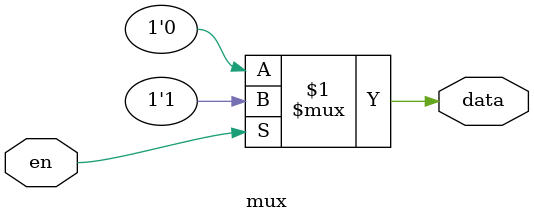
<source format=sv>
`timescale 1ns / 1ps

module mux(
    input logic en,
    output logic data);
    
    assign data = en ? 1'b1 : 1'b0;
      
endmodule

</source>
